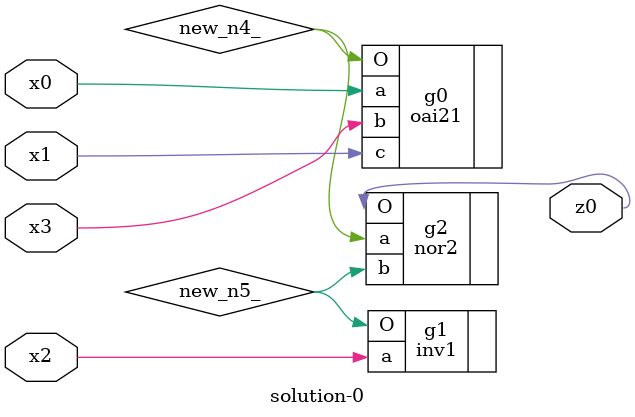
<source format=v>
module \solution-0 (
  x0, x1, x2, x3,
  z0 );
  input x0, x1, x2, x3;
  output z0;
  wire new_n4_, new_n5_;
  oai21  g0(.a(x0), .b(x3), .c(x1), .O(new_n4_));
  inv1  g1(.a(x2), .O(new_n5_));
  nor2  g2(.a(new_n4_), .b(new_n5_), .O(z0));
endmodule

</source>
